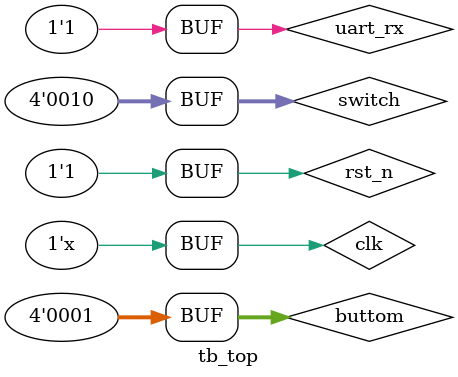
<source format=v>
`timescale 1ns / 1ps

module tb_top;

    reg        clk = 0;
    reg        rst_n = 0;
    reg  [3:0] buttom = 4'h01;
    reg  [3:0] switch = 4'h02;
    wire [3:0] led;
    reg        uart_rx = 1;  //UART接收端口
    wire       uart_tx;  //UART发送端口

    always #5 clk = ~clk;

    initial
    begin
        #15 rst_n <= 1'b1;
    end

    top top(
        .clk     (clk),
        .rst_n   (rst_n),
        .buttom  (buttom),
        .switch  (switch),
        .led     (led),
        .uart_rx (uart_rx),
        .uart_tx (uart_tx)
    );

endmodule

</source>
